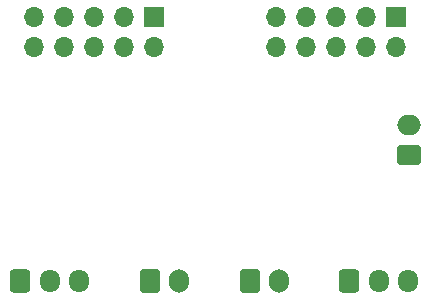
<source format=gbr>
%TF.GenerationSoftware,KiCad,Pcbnew,(7.0.0)*%
%TF.CreationDate,2023-08-10T18:16:06+02:00*%
%TF.ProjectId,SiboorVoronExt,5369626f-6f72-4566-9f72-6f6e4578742e,rev?*%
%TF.SameCoordinates,Original*%
%TF.FileFunction,Soldermask,Bot*%
%TF.FilePolarity,Negative*%
%FSLAX46Y46*%
G04 Gerber Fmt 4.6, Leading zero omitted, Abs format (unit mm)*
G04 Created by KiCad (PCBNEW (7.0.0)) date 2023-08-10 18:16:06*
%MOMM*%
%LPD*%
G01*
G04 APERTURE LIST*
G04 Aperture macros list*
%AMRoundRect*
0 Rectangle with rounded corners*
0 $1 Rounding radius*
0 $2 $3 $4 $5 $6 $7 $8 $9 X,Y pos of 4 corners*
0 Add a 4 corners polygon primitive as box body*
4,1,4,$2,$3,$4,$5,$6,$7,$8,$9,$2,$3,0*
0 Add four circle primitives for the rounded corners*
1,1,$1+$1,$2,$3*
1,1,$1+$1,$4,$5*
1,1,$1+$1,$6,$7*
1,1,$1+$1,$8,$9*
0 Add four rect primitives between the rounded corners*
20,1,$1+$1,$2,$3,$4,$5,0*
20,1,$1+$1,$4,$5,$6,$7,0*
20,1,$1+$1,$6,$7,$8,$9,0*
20,1,$1+$1,$8,$9,$2,$3,0*%
G04 Aperture macros list end*
%ADD10RoundRect,0.250000X-0.600000X-0.750000X0.600000X-0.750000X0.600000X0.750000X-0.600000X0.750000X0*%
%ADD11O,1.700000X2.000000*%
%ADD12R,1.700000X1.700000*%
%ADD13O,1.700000X1.700000*%
%ADD14RoundRect,0.250000X-0.600000X-0.725000X0.600000X-0.725000X0.600000X0.725000X-0.600000X0.725000X0*%
%ADD15O,1.700000X1.950000*%
%ADD16RoundRect,0.250000X0.750000X-0.600000X0.750000X0.600000X-0.750000X0.600000X-0.750000X-0.600000X0*%
%ADD17O,2.000000X1.700000*%
G04 APERTURE END LIST*
D10*
%TO.C,FAN1*%
X14850000Y-25675000D03*
D11*
X17349999Y-25674999D03*
%TD*%
D12*
%TO.C,EXP1*%
X15174999Y-3324999D03*
D13*
X15174999Y-5864999D03*
X12634999Y-3324999D03*
X12634999Y-5864999D03*
X10094999Y-3324999D03*
X10094999Y-5864999D03*
X7554999Y-3324999D03*
X7554999Y-5864999D03*
X5014999Y-3324999D03*
X5014999Y-5864999D03*
%TD*%
D12*
%TO.C,EXP2*%
X35699999Y-3299999D03*
D13*
X35699999Y-5839999D03*
X33159999Y-3299999D03*
X33159999Y-5839999D03*
X30619999Y-3299999D03*
X30619999Y-5839999D03*
X28079999Y-3299999D03*
X28079999Y-5839999D03*
X25539999Y-3299999D03*
X25539999Y-5839999D03*
%TD*%
D14*
%TO.C,RGB2*%
X3886400Y-25675000D03*
D15*
X6386399Y-25674999D03*
X8886399Y-25674999D03*
%TD*%
D14*
%TO.C,RGB1*%
X31746400Y-25675000D03*
D15*
X34246399Y-25674999D03*
X36746399Y-25674999D03*
%TD*%
D16*
%TO.C,24V1*%
X36825000Y-15000000D03*
D17*
X36824999Y-12499999D03*
%TD*%
D10*
%TO.C,TH1*%
X23300000Y-25650000D03*
D11*
X25799999Y-25649999D03*
%TD*%
M02*

</source>
